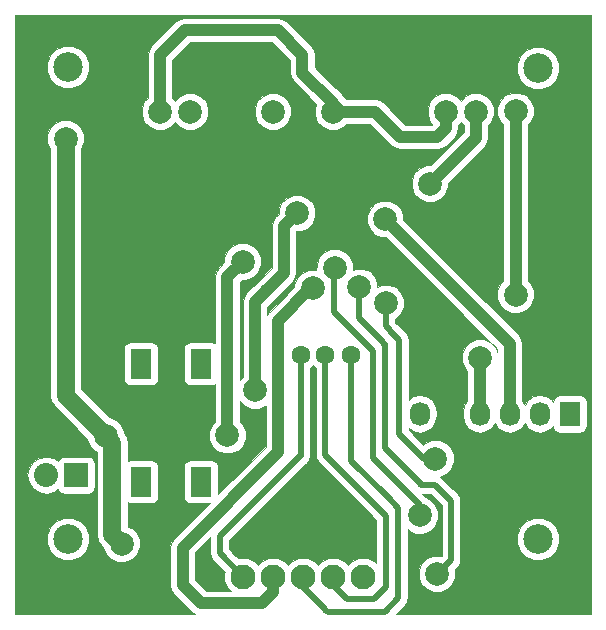
<source format=gbl>
G04 #@! TF.FileFunction,Copper,L2,Bot,Signal*
%FSLAX46Y46*%
G04 Gerber Fmt 4.6, Leading zero omitted, Abs format (unit mm)*
G04 Created by KiCad (PCBNEW 4.0.0-rc1-stable) date 15.2.2016 17:04:42*
%MOMM*%
G01*
G04 APERTURE LIST*
%ADD10C,0.100000*%
%ADD11C,2.100000*%
%ADD12R,2.032000X2.032000*%
%ADD13O,2.032000X2.032000*%
%ADD14C,3.000000*%
%ADD15C,2.000000*%
%ADD16R,1.727200X2.032000*%
%ADD17O,1.727200X2.032000*%
%ADD18C,2.500000*%
%ADD19R,1.780000X2.500000*%
%ADD20C,1.600000*%
%ADD21C,1.000000*%
%ADD22C,0.381000*%
%ADD23C,1.500000*%
%ADD24C,0.500000*%
G04 APERTURE END LIST*
D10*
D11*
X-5080000Y-22170000D03*
X-5080000Y-19630000D03*
X-2540000Y-22170000D03*
X-2540000Y-19630000D03*
X0Y-22170000D03*
X0Y-19630000D03*
X2540000Y-22170000D03*
X2540000Y-19630000D03*
X5080000Y-22170000D03*
X5080000Y-19630000D03*
X-7620000Y-22170000D03*
D12*
X-19200000Y-13600000D03*
D13*
X-21740000Y-13600000D03*
D14*
X-8290000Y20950000D03*
D15*
X-9560000Y17200000D03*
X-12100000Y17200000D03*
X-14640000Y17200000D03*
D14*
X-15910000Y20950000D03*
X3810000Y20950000D03*
D15*
X2540000Y17200000D03*
X0Y17200000D03*
X-2540000Y17200000D03*
D14*
X-3810000Y20950000D03*
X15910000Y20950000D03*
D15*
X14640000Y17200000D03*
X12100000Y17200000D03*
X9560000Y17200000D03*
D14*
X8290000Y20950000D03*
D16*
X22600000Y-8400000D03*
D17*
X20060000Y-8400000D03*
X17520000Y-8400000D03*
X14980000Y-8400000D03*
X12440000Y-8400000D03*
X9900000Y-8400000D03*
D18*
X-19890000Y20990000D03*
X19900000Y20900000D03*
X-19900000Y-19000000D03*
D19*
X-8620000Y-14140000D03*
X-11160000Y-14140000D03*
X-13700000Y-14140000D03*
X-8620000Y-4150000D03*
X-11160000Y-4150000D03*
X-13700000Y-4150000D03*
D18*
X19900000Y-19000000D03*
D15*
X3460000Y8460000D03*
X600000Y6190000D03*
X-8100000Y12600000D03*
X-13575000Y4475000D03*
X-15350000Y-19400000D03*
X-20100000Y14900000D03*
X-16700000Y-10250000D03*
X-5100000Y4500000D03*
X-6400000Y-10200000D03*
X18000000Y1700000D03*
X18000000Y17250000D03*
D20*
X-200000Y-3400000D03*
D15*
X820000Y2230000D03*
D20*
X4100000Y-3400000D03*
X1900000Y-3400000D03*
D15*
X6960000Y8100000D03*
X15000000Y-3650000D03*
X-500000Y8600000D03*
X-4050000Y-6400000D03*
X10750000Y11100000D03*
X11350000Y-21950000D03*
X4760000Y2350000D03*
X11200000Y-12200000D03*
X7020000Y1000000D03*
X9900000Y-17000000D03*
X2700000Y3980000D03*
D21*
X600000Y6190000D02*
X1190000Y6190000D01*
X1190000Y6190000D02*
X3460000Y8460000D01*
X3460000Y8460000D02*
X3460000Y8450000D01*
X3460000Y8450000D02*
X12440000Y-530000D01*
X3460000Y11790000D02*
X3460000Y8460000D01*
X3460000Y11790000D02*
X3460000Y11800000D01*
X3460000Y11800000D02*
X3460000Y11790000D01*
X600000Y6190000D02*
X620000Y6190000D01*
D22*
X-7620000Y-22170000D02*
X-7610000Y-22180000D01*
D21*
X12440000Y-8400000D02*
X12440000Y-700000D01*
X3460000Y11790000D02*
X0Y15250000D01*
X-8100000Y12600000D02*
X-2650000Y12600000D01*
X-2650000Y12600000D02*
X0Y15250000D01*
X0Y15250000D02*
X0Y17200000D01*
X-8100000Y12600000D02*
X-14150000Y12600000D01*
X-14150000Y12600000D02*
X-14650000Y13100000D01*
X-13575000Y4475000D02*
X-14650000Y5550000D01*
X-14650000Y5550000D02*
X-14650000Y13100000D01*
X-14650000Y13100000D02*
X-14650000Y17190000D01*
X-14650000Y17190000D02*
X-14640000Y17200000D01*
X-13575000Y4475000D02*
X-13575000Y1675000D01*
X-11160000Y-740000D02*
X-11160000Y-4650000D01*
X-13575000Y1675000D02*
X-11160000Y-740000D01*
X-13575000Y4475000D02*
X-13600000Y4450000D01*
D23*
X-11160000Y-4650000D02*
X-11160000Y-13640000D01*
D24*
X5100000Y-19610000D02*
X5080000Y-19630000D01*
D23*
X-16125000Y-18625000D02*
X-15350000Y-19400000D01*
X-16125000Y-18625000D02*
X-16125000Y-10825000D01*
X-16700000Y-10250000D02*
X-16125000Y-10825000D01*
X-20100000Y-6850000D02*
X-20100000Y14900000D01*
X-20100000Y-6850000D02*
X-16700000Y-10250000D01*
D21*
X-6400000Y-10200000D02*
X-6400000Y-7500000D01*
X-6400000Y3200000D02*
X-6400000Y-7500000D01*
X-5100000Y4500000D02*
X-6400000Y3200000D01*
X18000000Y1700000D02*
X18000000Y17250000D01*
X2540000Y17200000D02*
X2540000Y17910000D01*
X2540000Y17910000D02*
X-50000Y20500000D01*
X-12100000Y22000000D02*
X-12100000Y17200000D01*
X-10000000Y24100000D02*
X-12100000Y22000000D01*
X-2150000Y24100000D02*
X-10000000Y24100000D01*
X-50000Y22000000D02*
X-2150000Y24100000D01*
X-50000Y20500000D02*
X-50000Y22000000D01*
X2540000Y17200000D02*
X6100000Y17200000D01*
X12100000Y15800000D02*
X12100000Y17200000D01*
X11350000Y15050000D02*
X12100000Y15800000D01*
X8250000Y15050000D02*
X11350000Y15050000D01*
X6100000Y17200000D02*
X8250000Y15050000D01*
D24*
X-7050000Y-19250000D02*
X-7050000Y-18780000D01*
X-5080000Y-22170000D02*
X-7050000Y-20200000D01*
X-7050000Y-19250000D02*
X-7050000Y-20200000D01*
X-7050000Y-18780000D02*
X-240000Y-11970000D01*
X-200000Y-3400000D02*
X-200000Y-11970000D01*
D21*
X-2100000Y-510000D02*
X640000Y2230000D01*
X820000Y2230000D02*
X640000Y2230000D01*
X-10190000Y-20490000D02*
X-10190000Y-19720000D01*
X-10190000Y-20490000D02*
X-10190000Y-22890000D01*
X-10190000Y-22890000D02*
X-8630000Y-24450000D01*
X-8630000Y-24450000D02*
X-6700000Y-24450000D01*
X-2540000Y-22170000D02*
X-2540000Y-23490000D01*
X-3500000Y-24450000D02*
X-6700000Y-24450000D01*
X-2540000Y-23490000D02*
X-3500000Y-24450000D01*
X-10190000Y-19720000D02*
X-2100000Y-11630000D01*
X-2100000Y-11630000D02*
X-2100000Y-510000D01*
X-2100000Y-510000D02*
X-2100000Y-500000D01*
D24*
X6670000Y-25170000D02*
X6920000Y-25170000D01*
X0Y-23050000D02*
X1900000Y-24950000D01*
X2100000Y-25170000D02*
X6670000Y-25170000D01*
X1900000Y-24970000D02*
X2100000Y-25170000D01*
X1900000Y-24950000D02*
X1900000Y-24970000D01*
X7200000Y-15460000D02*
X8090000Y-16350000D01*
X8090000Y-16350000D02*
X8090000Y-24000000D01*
X4100000Y-12350000D02*
X7200000Y-15450000D01*
X4100000Y-3400000D02*
X4100000Y-12350000D01*
X7200000Y-15450000D02*
X7200000Y-15460000D01*
X6920000Y-25170000D02*
X8090000Y-24000000D01*
X0Y-22170000D02*
X0Y-23050000D01*
X5950000Y-15950000D02*
X6710000Y-16710000D01*
X1900000Y-11900000D02*
X5950000Y-15950000D01*
X1900000Y-3400000D02*
X1900000Y-11900000D01*
X7020000Y-23050000D02*
X6010000Y-24060000D01*
X7020000Y-17020000D02*
X7020000Y-23050000D01*
X6710000Y-16710000D02*
X7020000Y-17020000D01*
X2540000Y-22170000D02*
X2540000Y-22870000D01*
X2540000Y-22870000D02*
X3730000Y-24060000D01*
X3730000Y-24060000D02*
X6010000Y-24060000D01*
X2540000Y-22170000D02*
X2540000Y-22740000D01*
D21*
X6960000Y8100000D02*
X6960000Y8090000D01*
X6960000Y8090000D02*
X17520000Y-2470000D01*
X17520000Y-8400000D02*
X17520000Y-2470000D01*
X14980000Y-8400000D02*
X14980000Y-3670000D01*
D24*
X14980000Y-3670000D02*
X15000000Y-3650000D01*
D21*
X-1600000Y7500000D02*
X-500000Y8600000D01*
X-1600000Y3550000D02*
X-1600000Y7500000D01*
X-1600000Y3550000D02*
X-3125000Y2025000D01*
X-3100000Y2050000D02*
X-3125000Y2025000D01*
X-3125000Y2025000D02*
X-4050000Y1100000D01*
X-4050000Y-6400000D02*
X-4050000Y1100000D01*
X10750000Y11100000D02*
X14450000Y14800000D01*
X14650000Y15000000D02*
X14650000Y17190000D01*
X14450000Y14800000D02*
X14650000Y15000000D01*
X14650000Y17190000D02*
X14640000Y17200000D01*
D24*
X4760000Y2350000D02*
X4760000Y-310000D01*
X5300000Y-850000D02*
X5750000Y-1300000D01*
X9900000Y-14250000D02*
X9900000Y-14260000D01*
X6950000Y-11300000D02*
X9900000Y-14250000D01*
X6700000Y-2250000D02*
X6900000Y-2450000D01*
X5750000Y-1300000D02*
X6700000Y-2250000D01*
X6950000Y-2500000D02*
X6950000Y-9550000D01*
X6900000Y-2450000D02*
X6950000Y-2500000D01*
X6950000Y-9550000D02*
X6950000Y-11300000D01*
X11350000Y-21950000D02*
X12540000Y-20760000D01*
X12540000Y-15780000D02*
X12540000Y-20760000D01*
X11160000Y-14400000D02*
X12540000Y-15780000D01*
X10040000Y-14400000D02*
X11160000Y-14400000D01*
X9900000Y-14260000D02*
X10040000Y-14400000D01*
X4760000Y-310000D02*
X5300000Y-850000D01*
X7350000Y-1350000D02*
X7350000Y-1330000D01*
X8150000Y-10100000D02*
X10250000Y-12200000D01*
X11200000Y-12200000D02*
X10250000Y-12200000D01*
X8150000Y-2150000D02*
X8150000Y-9550000D01*
X7350000Y-1350000D02*
X8150000Y-2150000D01*
X8150000Y-9550000D02*
X8150000Y-10100000D01*
X7020000Y-1000000D02*
X7020000Y1000000D01*
X7350000Y-1330000D02*
X7020000Y-1000000D01*
X3010000Y-150000D02*
X2670000Y190000D01*
X3010000Y-150000D02*
X3160000Y-300000D01*
X4650000Y-1790000D02*
X3160000Y-300000D01*
X8300000Y-14500000D02*
X8300000Y-14510000D01*
X5900000Y-12100000D02*
X8300000Y-14500000D01*
X5900000Y-9550000D02*
X5900000Y-3050000D01*
X4650000Y-1800000D02*
X5900000Y-3050000D01*
X5900000Y-9550000D02*
X5900000Y-12100000D01*
X9900000Y-17000000D02*
X9900000Y-16110000D01*
X8300000Y-14510000D02*
X9900000Y-16110000D01*
X4650000Y-1800000D02*
X4650000Y-1790000D01*
X2670000Y3950000D02*
X2700000Y3980000D01*
X2670000Y190000D02*
X2670000Y3950000D01*
D10*
G36*
X24375000Y-25375000D02*
X7846370Y-25375000D01*
X8655686Y-24565685D01*
X8829104Y-24306147D01*
X8848050Y-24210896D01*
X8890000Y-24000000D01*
X8890000Y-18182182D01*
X9020849Y-18313260D01*
X9590333Y-18549730D01*
X10206961Y-18550268D01*
X10776857Y-18314792D01*
X11213260Y-17879151D01*
X11449730Y-17309667D01*
X11450268Y-16693039D01*
X11214792Y-16123143D01*
X10779151Y-15686740D01*
X10477026Y-15561287D01*
X10465686Y-15544315D01*
X10121371Y-15200000D01*
X10828630Y-15200000D01*
X11740000Y-16111371D01*
X11740000Y-20428629D01*
X11736468Y-20432161D01*
X11659667Y-20400270D01*
X11043039Y-20399732D01*
X10473143Y-20635208D01*
X10036740Y-21070849D01*
X9800270Y-21640333D01*
X9799732Y-22256961D01*
X10035208Y-22826857D01*
X10470849Y-23263260D01*
X11040333Y-23499730D01*
X11656961Y-23500268D01*
X12226857Y-23264792D01*
X12663260Y-22829151D01*
X12899730Y-22259667D01*
X12900268Y-21643039D01*
X12867540Y-21563831D01*
X13105685Y-21325686D01*
X13279104Y-21066147D01*
X13292261Y-21000000D01*
X13340000Y-20760000D01*
X13340000Y-19356471D01*
X18099688Y-19356471D01*
X18373145Y-20018286D01*
X18879051Y-20525076D01*
X19540387Y-20799687D01*
X20256471Y-20800312D01*
X20918286Y-20526855D01*
X21425076Y-20020949D01*
X21699687Y-19359613D01*
X21700312Y-18643529D01*
X21426855Y-17981714D01*
X20920949Y-17474924D01*
X20259613Y-17200313D01*
X19543529Y-17199688D01*
X18881714Y-17473145D01*
X18374924Y-17979051D01*
X18100313Y-18640387D01*
X18099688Y-19356471D01*
X13340000Y-19356471D01*
X13340000Y-15780000D01*
X13279104Y-15473853D01*
X13223075Y-15390000D01*
X13105686Y-15214315D01*
X11725685Y-13834315D01*
X11564389Y-13726539D01*
X12076857Y-13514792D01*
X12513260Y-13079151D01*
X12749730Y-12509667D01*
X12750268Y-11893039D01*
X12514792Y-11323143D01*
X12079151Y-10886740D01*
X11509667Y-10650270D01*
X10893039Y-10649732D01*
X10323143Y-10885208D01*
X10194749Y-11013378D01*
X8950000Y-9768630D01*
X8950000Y-9615765D01*
X9359039Y-9889076D01*
X9900000Y-9996680D01*
X10440961Y-9889076D01*
X10899566Y-9582646D01*
X11205996Y-9124041D01*
X11313600Y-8583080D01*
X11313600Y-8216920D01*
X11205996Y-7675959D01*
X10899566Y-7217354D01*
X10440961Y-6910924D01*
X9900000Y-6803320D01*
X9359039Y-6910924D01*
X8950000Y-7184235D01*
X8950000Y-2150000D01*
X8889104Y-1843853D01*
X8859802Y-1800000D01*
X8715686Y-1584315D01*
X7955961Y-824591D01*
X7915685Y-764314D01*
X7820000Y-668629D01*
X7820000Y-346549D01*
X7896857Y-314792D01*
X8333260Y120849D01*
X8569730Y690333D01*
X8570268Y1306961D01*
X8334792Y1876857D01*
X7899151Y2313260D01*
X7329667Y2549730D01*
X6713039Y2550268D01*
X6310030Y2383748D01*
X6310268Y2656961D01*
X6074792Y3226857D01*
X5639151Y3663260D01*
X5069667Y3899730D01*
X4453039Y3900268D01*
X4249857Y3816315D01*
X4250268Y4286961D01*
X4014792Y4856857D01*
X3579151Y5293260D01*
X3009667Y5529730D01*
X2393039Y5530268D01*
X1823143Y5294792D01*
X1386740Y4859151D01*
X1150270Y4289667D01*
X1149818Y3771363D01*
X1129667Y3779730D01*
X513039Y3780268D01*
X-56857Y3544792D01*
X-493260Y3109151D01*
X-729730Y2539667D01*
X-729900Y2345024D01*
X-2812325Y262599D01*
X-2842462Y242462D01*
X-3000000Y6691D01*
X-3000000Y665076D01*
X-857538Y2807538D01*
X-732230Y2995074D01*
X-629926Y3148182D01*
X-550000Y3550000D01*
X-550000Y7050043D01*
X-193039Y7049732D01*
X376857Y7285208D01*
X813260Y7720849D01*
X843235Y7793039D01*
X5409732Y7793039D01*
X5645208Y7223143D01*
X6080849Y6786740D01*
X6650333Y6550270D01*
X7015124Y6549952D01*
X16470000Y-2904924D01*
X16470000Y-3148775D01*
X16314792Y-2773143D01*
X15879151Y-2336740D01*
X15309667Y-2100270D01*
X14693039Y-2099732D01*
X14123143Y-2335208D01*
X13686740Y-2770849D01*
X13450270Y-3340333D01*
X13449732Y-3956961D01*
X13685208Y-4526857D01*
X13930000Y-4772077D01*
X13930000Y-7292834D01*
X13674004Y-7675959D01*
X13566400Y-8216920D01*
X13566400Y-8583080D01*
X13674004Y-9124041D01*
X13980434Y-9582646D01*
X14439039Y-9889076D01*
X14980000Y-9996680D01*
X15520961Y-9889076D01*
X15979566Y-9582646D01*
X16250000Y-9177913D01*
X16520434Y-9582646D01*
X16979039Y-9889076D01*
X17520000Y-9996680D01*
X18060961Y-9889076D01*
X18519566Y-9582646D01*
X18790000Y-9177913D01*
X19060434Y-9582646D01*
X19519039Y-9889076D01*
X20060000Y-9996680D01*
X20600961Y-9889076D01*
X21059566Y-9582646D01*
X21175625Y-9408951D01*
X21175625Y-9416000D01*
X21213976Y-9619818D01*
X21334432Y-9807012D01*
X21518227Y-9932594D01*
X21736400Y-9976775D01*
X23463600Y-9976775D01*
X23667418Y-9938424D01*
X23854612Y-9817968D01*
X23980194Y-9634173D01*
X24024375Y-9416000D01*
X24024375Y-7384000D01*
X23986024Y-7180182D01*
X23865568Y-6992988D01*
X23681773Y-6867406D01*
X23463600Y-6823225D01*
X21736400Y-6823225D01*
X21532582Y-6861576D01*
X21345388Y-6982032D01*
X21219806Y-7165827D01*
X21175625Y-7384000D01*
X21175625Y-7391049D01*
X21059566Y-7217354D01*
X20600961Y-6910924D01*
X20060000Y-6803320D01*
X19519039Y-6910924D01*
X19060434Y-7217354D01*
X18790000Y-7622087D01*
X18570000Y-7292834D01*
X18570000Y-2470000D01*
X18490074Y-2068182D01*
X18262462Y-1727538D01*
X8509935Y8024989D01*
X8510268Y8406961D01*
X8274792Y8976857D01*
X7839151Y9413260D01*
X7269667Y9649730D01*
X6653039Y9650268D01*
X6083143Y9414792D01*
X5646740Y8979151D01*
X5410270Y8409667D01*
X5409732Y7793039D01*
X843235Y7793039D01*
X1049730Y8290333D01*
X1050268Y8906961D01*
X814792Y9476857D01*
X379151Y9913260D01*
X-190333Y10149730D01*
X-806961Y10150268D01*
X-1376857Y9914792D01*
X-1813260Y9479151D01*
X-2049730Y8909667D01*
X-2050057Y8534867D01*
X-2342462Y8242462D01*
X-2570074Y7901818D01*
X-2650000Y7500000D01*
X-2650000Y3984924D01*
X-4792462Y1842462D01*
X-5020074Y1501818D01*
X-5100000Y1100000D01*
X-5100000Y-5258049D01*
X-5350000Y-5507612D01*
X-5350000Y2765076D01*
X-5165019Y2950057D01*
X-4793039Y2949732D01*
X-4223143Y3185208D01*
X-3786740Y3620849D01*
X-3550270Y4190333D01*
X-3549732Y4806961D01*
X-3785208Y5376857D01*
X-4220849Y5813260D01*
X-4790333Y6049730D01*
X-5406961Y6050268D01*
X-5976857Y5814792D01*
X-6413260Y5379151D01*
X-6649730Y4809667D01*
X-6650057Y4434867D01*
X-7142462Y3942462D01*
X-7370074Y3601818D01*
X-7450000Y3200000D01*
X-7450000Y-2425651D01*
X-7511827Y-2383406D01*
X-7730000Y-2339225D01*
X-9510000Y-2339225D01*
X-9713818Y-2377576D01*
X-9901012Y-2498032D01*
X-10026594Y-2681827D01*
X-10070775Y-2900000D01*
X-10070775Y-5400000D01*
X-10032424Y-5603818D01*
X-9911968Y-5791012D01*
X-9728173Y-5916594D01*
X-9510000Y-5960775D01*
X-7730000Y-5960775D01*
X-7526182Y-5922424D01*
X-7450000Y-5873402D01*
X-7450000Y-9058049D01*
X-7713260Y-9320849D01*
X-7949730Y-9890333D01*
X-7950268Y-10506961D01*
X-7714792Y-11076857D01*
X-7279151Y-11513260D01*
X-6709667Y-11749730D01*
X-6093039Y-11750268D01*
X-5523143Y-11514792D01*
X-5086740Y-11079151D01*
X-4850270Y-10509667D01*
X-4849732Y-9893039D01*
X-5085208Y-9323143D01*
X-5350000Y-9057888D01*
X-5350000Y-7291675D01*
X-4929151Y-7713260D01*
X-4359667Y-7949730D01*
X-3743039Y-7950268D01*
X-3173143Y-7714792D01*
X-3150000Y-7691689D01*
X-3150000Y-11195076D01*
X-7169225Y-15214301D01*
X-7169225Y-12890000D01*
X-7207576Y-12686182D01*
X-7328032Y-12498988D01*
X-7511827Y-12373406D01*
X-7730000Y-12329225D01*
X-9510000Y-12329225D01*
X-9713818Y-12367576D01*
X-9901012Y-12488032D01*
X-10026594Y-12671827D01*
X-10070775Y-12890000D01*
X-10070775Y-15390000D01*
X-10032424Y-15593818D01*
X-9911968Y-15781012D01*
X-9728173Y-15906594D01*
X-9510000Y-15950775D01*
X-7905699Y-15950775D01*
X-10932462Y-18977538D01*
X-11160074Y-19318182D01*
X-11240000Y-19720000D01*
X-11240000Y-22890000D01*
X-11160074Y-23291818D01*
X-10932462Y-23632462D01*
X-9372462Y-25192462D01*
X-9099276Y-25375000D01*
X-24375000Y-25375000D01*
X-24375000Y-19356471D01*
X-21700312Y-19356471D01*
X-21426855Y-20018286D01*
X-20920949Y-20525076D01*
X-20259613Y-20799687D01*
X-19543529Y-20800312D01*
X-18881714Y-20526855D01*
X-18374924Y-20020949D01*
X-18100313Y-19359613D01*
X-18099688Y-18643529D01*
X-18373145Y-17981714D01*
X-18879051Y-17474924D01*
X-19540387Y-17200313D01*
X-20256471Y-17199688D01*
X-20918286Y-17473145D01*
X-21425076Y-17979051D01*
X-21699687Y-18640387D01*
X-21700312Y-19356471D01*
X-24375000Y-19356471D01*
X-24375000Y-13600000D01*
X-23336680Y-13600000D01*
X-23217475Y-14199282D01*
X-22878009Y-14707329D01*
X-22369962Y-15046795D01*
X-21770680Y-15166000D01*
X-21709320Y-15166000D01*
X-21110038Y-15046795D01*
X-20741989Y-14800873D01*
X-20738424Y-14819818D01*
X-20617968Y-15007012D01*
X-20434173Y-15132594D01*
X-20216000Y-15176775D01*
X-18184000Y-15176775D01*
X-17980182Y-15138424D01*
X-17792988Y-15017968D01*
X-17667406Y-14834173D01*
X-17623225Y-14616000D01*
X-17623225Y-12584000D01*
X-17661576Y-12380182D01*
X-17782032Y-12192988D01*
X-17965827Y-12067406D01*
X-18184000Y-12023225D01*
X-20216000Y-12023225D01*
X-20419818Y-12061576D01*
X-20607012Y-12182032D01*
X-20732594Y-12365827D01*
X-20739653Y-12400688D01*
X-21110038Y-12153205D01*
X-21709320Y-12034000D01*
X-21770680Y-12034000D01*
X-22369962Y-12153205D01*
X-22878009Y-12492671D01*
X-23217475Y-13000718D01*
X-23336680Y-13600000D01*
X-24375000Y-13600000D01*
X-24375000Y14593039D01*
X-21650268Y14593039D01*
X-21414792Y14023143D01*
X-21400000Y14008325D01*
X-21400000Y-6850000D01*
X-21301043Y-7347489D01*
X-21019239Y-7769239D01*
X-18250252Y-10538226D01*
X-18250268Y-10556961D01*
X-18014792Y-11126857D01*
X-17579151Y-11563260D01*
X-17425000Y-11627269D01*
X-17425000Y-18625000D01*
X-17326043Y-19122489D01*
X-17044239Y-19544239D01*
X-16900252Y-19688226D01*
X-16900268Y-19706961D01*
X-16664792Y-20276857D01*
X-16229151Y-20713260D01*
X-15659667Y-20949730D01*
X-15043039Y-20950268D01*
X-14473143Y-20714792D01*
X-14036740Y-20279151D01*
X-13800270Y-19709667D01*
X-13799732Y-19093039D01*
X-14035208Y-18523143D01*
X-14470849Y-18086740D01*
X-14825000Y-17939684D01*
X-14825000Y-15895097D01*
X-14808173Y-15906594D01*
X-14590000Y-15950775D01*
X-12810000Y-15950775D01*
X-12606182Y-15912424D01*
X-12418988Y-15791968D01*
X-12293406Y-15608173D01*
X-12249225Y-15390000D01*
X-12249225Y-12890000D01*
X-12287576Y-12686182D01*
X-12408032Y-12498988D01*
X-12591827Y-12373406D01*
X-12810000Y-12329225D01*
X-14590000Y-12329225D01*
X-14793818Y-12367576D01*
X-14825000Y-12387641D01*
X-14825000Y-10825000D01*
X-14923957Y-10327512D01*
X-15149773Y-9989554D01*
X-15149732Y-9943039D01*
X-15385208Y-9373143D01*
X-15820849Y-8936740D01*
X-16390333Y-8700270D01*
X-16411270Y-8700252D01*
X-18800000Y-6311522D01*
X-18800000Y-2900000D01*
X-15150775Y-2900000D01*
X-15150775Y-5400000D01*
X-15112424Y-5603818D01*
X-14991968Y-5791012D01*
X-14808173Y-5916594D01*
X-14590000Y-5960775D01*
X-12810000Y-5960775D01*
X-12606182Y-5922424D01*
X-12418988Y-5801968D01*
X-12293406Y-5618173D01*
X-12249225Y-5400000D01*
X-12249225Y-2900000D01*
X-12287576Y-2696182D01*
X-12408032Y-2508988D01*
X-12591827Y-2383406D01*
X-12810000Y-2339225D01*
X-14590000Y-2339225D01*
X-14793818Y-2377576D01*
X-14981012Y-2498032D01*
X-15106594Y-2681827D01*
X-15150775Y-2900000D01*
X-18800000Y-2900000D01*
X-18800000Y14007612D01*
X-18786740Y14020849D01*
X-18550270Y14590333D01*
X-18549732Y15206961D01*
X-18785208Y15776857D01*
X-19220849Y16213260D01*
X-19790333Y16449730D01*
X-20406961Y16450268D01*
X-20976857Y16214792D01*
X-21413260Y15779151D01*
X-21649730Y15209667D01*
X-21650268Y14593039D01*
X-24375000Y14593039D01*
X-24375000Y16893039D01*
X-13650268Y16893039D01*
X-13414792Y16323143D01*
X-12979151Y15886740D01*
X-12409667Y15650270D01*
X-11793039Y15649732D01*
X-11223143Y15885208D01*
X-10829696Y16277968D01*
X-10439151Y15886740D01*
X-9869667Y15650270D01*
X-9253039Y15649732D01*
X-8683143Y15885208D01*
X-8246740Y16320849D01*
X-8010270Y16890333D01*
X-8010268Y16893039D01*
X-4090268Y16893039D01*
X-3854792Y16323143D01*
X-3419151Y15886740D01*
X-2849667Y15650270D01*
X-2233039Y15649732D01*
X-1663143Y15885208D01*
X-1226740Y16320849D01*
X-990270Y16890333D01*
X-989732Y17506961D01*
X-1225208Y18076857D01*
X-1660849Y18513260D01*
X-2230333Y18749730D01*
X-2846961Y18750268D01*
X-3416857Y18514792D01*
X-3853260Y18079151D01*
X-4089730Y17509667D01*
X-4090268Y16893039D01*
X-8010268Y16893039D01*
X-8009732Y17506961D01*
X-8245208Y18076857D01*
X-8680849Y18513260D01*
X-9250333Y18749730D01*
X-9866961Y18750268D01*
X-10436857Y18514792D01*
X-10830304Y18122032D01*
X-11050000Y18342112D01*
X-11050000Y21565076D01*
X-9565076Y23050000D01*
X-2584924Y23050000D01*
X-1100000Y21565076D01*
X-1100000Y20500000D01*
X-1020074Y20098182D01*
X-792462Y19757538D01*
X1126744Y17838332D01*
X990270Y17509667D01*
X989732Y16893039D01*
X1225208Y16323143D01*
X1660849Y15886740D01*
X2230333Y15650270D01*
X2846961Y15649732D01*
X3416857Y15885208D01*
X3682112Y16150000D01*
X5665076Y16150000D01*
X7507538Y14307538D01*
X7848182Y14079926D01*
X8250000Y14000000D01*
X11350000Y14000000D01*
X11751818Y14079926D01*
X12092462Y14307538D01*
X12842462Y15057538D01*
X13070074Y15398182D01*
X13150000Y15800000D01*
X13150000Y16058049D01*
X13370304Y16277968D01*
X13600000Y16047870D01*
X13600000Y15434924D01*
X10815019Y12649943D01*
X10443039Y12650268D01*
X9873143Y12414792D01*
X9436740Y11979151D01*
X9200270Y11409667D01*
X9199732Y10793039D01*
X9435208Y10223143D01*
X9870849Y9786740D01*
X10440333Y9550270D01*
X11056961Y9549732D01*
X11626857Y9785208D01*
X12063260Y10220849D01*
X12299730Y10790333D01*
X12300057Y11165133D01*
X15392462Y14257538D01*
X15425871Y14307538D01*
X15620074Y14598182D01*
X15700000Y15000000D01*
X15700000Y16068031D01*
X15953260Y16320849D01*
X16189730Y16890333D01*
X16189775Y16943039D01*
X16449732Y16943039D01*
X16685208Y16373143D01*
X16950000Y16107888D01*
X16950000Y2841951D01*
X16686740Y2579151D01*
X16450270Y2009667D01*
X16449732Y1393039D01*
X16685208Y823143D01*
X17120849Y386740D01*
X17690333Y150270D01*
X18306961Y149732D01*
X18876857Y385208D01*
X19313260Y820849D01*
X19549730Y1390333D01*
X19550268Y2006961D01*
X19314792Y2576857D01*
X19050000Y2842112D01*
X19050000Y16108049D01*
X19313260Y16370849D01*
X19549730Y16940333D01*
X19550268Y17556961D01*
X19314792Y18126857D01*
X18879151Y18563260D01*
X18309667Y18799730D01*
X17693039Y18800268D01*
X17123143Y18564792D01*
X16686740Y18129151D01*
X16450270Y17559667D01*
X16449732Y16943039D01*
X16189775Y16943039D01*
X16190268Y17506961D01*
X15954792Y18076857D01*
X15519151Y18513260D01*
X14949667Y18749730D01*
X14333039Y18750268D01*
X13763143Y18514792D01*
X13369696Y18122032D01*
X12979151Y18513260D01*
X12409667Y18749730D01*
X11793039Y18750268D01*
X11223143Y18514792D01*
X10786740Y18079151D01*
X10550270Y17509667D01*
X10549732Y16893039D01*
X10785208Y16323143D01*
X10961559Y16146483D01*
X10915076Y16100000D01*
X8684924Y16100000D01*
X6842462Y17942462D01*
X6501818Y18170074D01*
X6100000Y18250000D01*
X3681951Y18250000D01*
X3419151Y18513260D01*
X3358703Y18538360D01*
X3282462Y18652462D01*
X1391395Y20543529D01*
X18099688Y20543529D01*
X18373145Y19881714D01*
X18879051Y19374924D01*
X19540387Y19100313D01*
X20256471Y19099688D01*
X20918286Y19373145D01*
X21425076Y19879051D01*
X21699687Y20540387D01*
X21700312Y21256471D01*
X21426855Y21918286D01*
X20920949Y22425076D01*
X20259613Y22699687D01*
X19543529Y22700312D01*
X18881714Y22426855D01*
X18374924Y21920949D01*
X18100313Y21259613D01*
X18099688Y20543529D01*
X1391395Y20543529D01*
X1000000Y20934924D01*
X1000000Y22000000D01*
X920074Y22401818D01*
X692462Y22742462D01*
X-1407538Y24842462D01*
X-1748182Y25070074D01*
X-2150000Y25150000D01*
X-10000000Y25150000D01*
X-10401818Y25070074D01*
X-10742462Y24842462D01*
X-12842462Y22742462D01*
X-13070074Y22401818D01*
X-13150000Y22000000D01*
X-13150000Y18341951D01*
X-13413260Y18079151D01*
X-13649730Y17509667D01*
X-13650268Y16893039D01*
X-24375000Y16893039D01*
X-24375000Y20633529D01*
X-21690312Y20633529D01*
X-21416855Y19971714D01*
X-20910949Y19464924D01*
X-20249613Y19190313D01*
X-19533529Y19189688D01*
X-18871714Y19463145D01*
X-18364924Y19969051D01*
X-18090313Y20630387D01*
X-18089688Y21346471D01*
X-18363145Y22008286D01*
X-18869051Y22515076D01*
X-19530387Y22789687D01*
X-20246471Y22790312D01*
X-20908286Y22516855D01*
X-21415076Y22010949D01*
X-21689687Y21349613D01*
X-21690312Y20633529D01*
X-24375000Y20633529D01*
X-24375000Y25375000D01*
X24375000Y25375000D01*
X24375000Y-25375000D01*
X24375000Y-25375000D01*
G37*
X24375000Y-25375000D02*
X7846370Y-25375000D01*
X8655686Y-24565685D01*
X8829104Y-24306147D01*
X8848050Y-24210896D01*
X8890000Y-24000000D01*
X8890000Y-18182182D01*
X9020849Y-18313260D01*
X9590333Y-18549730D01*
X10206961Y-18550268D01*
X10776857Y-18314792D01*
X11213260Y-17879151D01*
X11449730Y-17309667D01*
X11450268Y-16693039D01*
X11214792Y-16123143D01*
X10779151Y-15686740D01*
X10477026Y-15561287D01*
X10465686Y-15544315D01*
X10121371Y-15200000D01*
X10828630Y-15200000D01*
X11740000Y-16111371D01*
X11740000Y-20428629D01*
X11736468Y-20432161D01*
X11659667Y-20400270D01*
X11043039Y-20399732D01*
X10473143Y-20635208D01*
X10036740Y-21070849D01*
X9800270Y-21640333D01*
X9799732Y-22256961D01*
X10035208Y-22826857D01*
X10470849Y-23263260D01*
X11040333Y-23499730D01*
X11656961Y-23500268D01*
X12226857Y-23264792D01*
X12663260Y-22829151D01*
X12899730Y-22259667D01*
X12900268Y-21643039D01*
X12867540Y-21563831D01*
X13105685Y-21325686D01*
X13279104Y-21066147D01*
X13292261Y-21000000D01*
X13340000Y-20760000D01*
X13340000Y-19356471D01*
X18099688Y-19356471D01*
X18373145Y-20018286D01*
X18879051Y-20525076D01*
X19540387Y-20799687D01*
X20256471Y-20800312D01*
X20918286Y-20526855D01*
X21425076Y-20020949D01*
X21699687Y-19359613D01*
X21700312Y-18643529D01*
X21426855Y-17981714D01*
X20920949Y-17474924D01*
X20259613Y-17200313D01*
X19543529Y-17199688D01*
X18881714Y-17473145D01*
X18374924Y-17979051D01*
X18100313Y-18640387D01*
X18099688Y-19356471D01*
X13340000Y-19356471D01*
X13340000Y-15780000D01*
X13279104Y-15473853D01*
X13223075Y-15390000D01*
X13105686Y-15214315D01*
X11725685Y-13834315D01*
X11564389Y-13726539D01*
X12076857Y-13514792D01*
X12513260Y-13079151D01*
X12749730Y-12509667D01*
X12750268Y-11893039D01*
X12514792Y-11323143D01*
X12079151Y-10886740D01*
X11509667Y-10650270D01*
X10893039Y-10649732D01*
X10323143Y-10885208D01*
X10194749Y-11013378D01*
X8950000Y-9768630D01*
X8950000Y-9615765D01*
X9359039Y-9889076D01*
X9900000Y-9996680D01*
X10440961Y-9889076D01*
X10899566Y-9582646D01*
X11205996Y-9124041D01*
X11313600Y-8583080D01*
X11313600Y-8216920D01*
X11205996Y-7675959D01*
X10899566Y-7217354D01*
X10440961Y-6910924D01*
X9900000Y-6803320D01*
X9359039Y-6910924D01*
X8950000Y-7184235D01*
X8950000Y-2150000D01*
X8889104Y-1843853D01*
X8859802Y-1800000D01*
X8715686Y-1584315D01*
X7955961Y-824591D01*
X7915685Y-764314D01*
X7820000Y-668629D01*
X7820000Y-346549D01*
X7896857Y-314792D01*
X8333260Y120849D01*
X8569730Y690333D01*
X8570268Y1306961D01*
X8334792Y1876857D01*
X7899151Y2313260D01*
X7329667Y2549730D01*
X6713039Y2550268D01*
X6310030Y2383748D01*
X6310268Y2656961D01*
X6074792Y3226857D01*
X5639151Y3663260D01*
X5069667Y3899730D01*
X4453039Y3900268D01*
X4249857Y3816315D01*
X4250268Y4286961D01*
X4014792Y4856857D01*
X3579151Y5293260D01*
X3009667Y5529730D01*
X2393039Y5530268D01*
X1823143Y5294792D01*
X1386740Y4859151D01*
X1150270Y4289667D01*
X1149818Y3771363D01*
X1129667Y3779730D01*
X513039Y3780268D01*
X-56857Y3544792D01*
X-493260Y3109151D01*
X-729730Y2539667D01*
X-729900Y2345024D01*
X-2812325Y262599D01*
X-2842462Y242462D01*
X-3000000Y6691D01*
X-3000000Y665076D01*
X-857538Y2807538D01*
X-732230Y2995074D01*
X-629926Y3148182D01*
X-550000Y3550000D01*
X-550000Y7050043D01*
X-193039Y7049732D01*
X376857Y7285208D01*
X813260Y7720849D01*
X843235Y7793039D01*
X5409732Y7793039D01*
X5645208Y7223143D01*
X6080849Y6786740D01*
X6650333Y6550270D01*
X7015124Y6549952D01*
X16470000Y-2904924D01*
X16470000Y-3148775D01*
X16314792Y-2773143D01*
X15879151Y-2336740D01*
X15309667Y-2100270D01*
X14693039Y-2099732D01*
X14123143Y-2335208D01*
X13686740Y-2770849D01*
X13450270Y-3340333D01*
X13449732Y-3956961D01*
X13685208Y-4526857D01*
X13930000Y-4772077D01*
X13930000Y-7292834D01*
X13674004Y-7675959D01*
X13566400Y-8216920D01*
X13566400Y-8583080D01*
X13674004Y-9124041D01*
X13980434Y-9582646D01*
X14439039Y-9889076D01*
X14980000Y-9996680D01*
X15520961Y-9889076D01*
X15979566Y-9582646D01*
X16250000Y-9177913D01*
X16520434Y-9582646D01*
X16979039Y-9889076D01*
X17520000Y-9996680D01*
X18060961Y-9889076D01*
X18519566Y-9582646D01*
X18790000Y-9177913D01*
X19060434Y-9582646D01*
X19519039Y-9889076D01*
X20060000Y-9996680D01*
X20600961Y-9889076D01*
X21059566Y-9582646D01*
X21175625Y-9408951D01*
X21175625Y-9416000D01*
X21213976Y-9619818D01*
X21334432Y-9807012D01*
X21518227Y-9932594D01*
X21736400Y-9976775D01*
X23463600Y-9976775D01*
X23667418Y-9938424D01*
X23854612Y-9817968D01*
X23980194Y-9634173D01*
X24024375Y-9416000D01*
X24024375Y-7384000D01*
X23986024Y-7180182D01*
X23865568Y-6992988D01*
X23681773Y-6867406D01*
X23463600Y-6823225D01*
X21736400Y-6823225D01*
X21532582Y-6861576D01*
X21345388Y-6982032D01*
X21219806Y-7165827D01*
X21175625Y-7384000D01*
X21175625Y-7391049D01*
X21059566Y-7217354D01*
X20600961Y-6910924D01*
X20060000Y-6803320D01*
X19519039Y-6910924D01*
X19060434Y-7217354D01*
X18790000Y-7622087D01*
X18570000Y-7292834D01*
X18570000Y-2470000D01*
X18490074Y-2068182D01*
X18262462Y-1727538D01*
X8509935Y8024989D01*
X8510268Y8406961D01*
X8274792Y8976857D01*
X7839151Y9413260D01*
X7269667Y9649730D01*
X6653039Y9650268D01*
X6083143Y9414792D01*
X5646740Y8979151D01*
X5410270Y8409667D01*
X5409732Y7793039D01*
X843235Y7793039D01*
X1049730Y8290333D01*
X1050268Y8906961D01*
X814792Y9476857D01*
X379151Y9913260D01*
X-190333Y10149730D01*
X-806961Y10150268D01*
X-1376857Y9914792D01*
X-1813260Y9479151D01*
X-2049730Y8909667D01*
X-2050057Y8534867D01*
X-2342462Y8242462D01*
X-2570074Y7901818D01*
X-2650000Y7500000D01*
X-2650000Y3984924D01*
X-4792462Y1842462D01*
X-5020074Y1501818D01*
X-5100000Y1100000D01*
X-5100000Y-5258049D01*
X-5350000Y-5507612D01*
X-5350000Y2765076D01*
X-5165019Y2950057D01*
X-4793039Y2949732D01*
X-4223143Y3185208D01*
X-3786740Y3620849D01*
X-3550270Y4190333D01*
X-3549732Y4806961D01*
X-3785208Y5376857D01*
X-4220849Y5813260D01*
X-4790333Y6049730D01*
X-5406961Y6050268D01*
X-5976857Y5814792D01*
X-6413260Y5379151D01*
X-6649730Y4809667D01*
X-6650057Y4434867D01*
X-7142462Y3942462D01*
X-7370074Y3601818D01*
X-7450000Y3200000D01*
X-7450000Y-2425651D01*
X-7511827Y-2383406D01*
X-7730000Y-2339225D01*
X-9510000Y-2339225D01*
X-9713818Y-2377576D01*
X-9901012Y-2498032D01*
X-10026594Y-2681827D01*
X-10070775Y-2900000D01*
X-10070775Y-5400000D01*
X-10032424Y-5603818D01*
X-9911968Y-5791012D01*
X-9728173Y-5916594D01*
X-9510000Y-5960775D01*
X-7730000Y-5960775D01*
X-7526182Y-5922424D01*
X-7450000Y-5873402D01*
X-7450000Y-9058049D01*
X-7713260Y-9320849D01*
X-7949730Y-9890333D01*
X-7950268Y-10506961D01*
X-7714792Y-11076857D01*
X-7279151Y-11513260D01*
X-6709667Y-11749730D01*
X-6093039Y-11750268D01*
X-5523143Y-11514792D01*
X-5086740Y-11079151D01*
X-4850270Y-10509667D01*
X-4849732Y-9893039D01*
X-5085208Y-9323143D01*
X-5350000Y-9057888D01*
X-5350000Y-7291675D01*
X-4929151Y-7713260D01*
X-4359667Y-7949730D01*
X-3743039Y-7950268D01*
X-3173143Y-7714792D01*
X-3150000Y-7691689D01*
X-3150000Y-11195076D01*
X-7169225Y-15214301D01*
X-7169225Y-12890000D01*
X-7207576Y-12686182D01*
X-7328032Y-12498988D01*
X-7511827Y-12373406D01*
X-7730000Y-12329225D01*
X-9510000Y-12329225D01*
X-9713818Y-12367576D01*
X-9901012Y-12488032D01*
X-10026594Y-12671827D01*
X-10070775Y-12890000D01*
X-10070775Y-15390000D01*
X-10032424Y-15593818D01*
X-9911968Y-15781012D01*
X-9728173Y-15906594D01*
X-9510000Y-15950775D01*
X-7905699Y-15950775D01*
X-10932462Y-18977538D01*
X-11160074Y-19318182D01*
X-11240000Y-19720000D01*
X-11240000Y-22890000D01*
X-11160074Y-23291818D01*
X-10932462Y-23632462D01*
X-9372462Y-25192462D01*
X-9099276Y-25375000D01*
X-24375000Y-25375000D01*
X-24375000Y-19356471D01*
X-21700312Y-19356471D01*
X-21426855Y-20018286D01*
X-20920949Y-20525076D01*
X-20259613Y-20799687D01*
X-19543529Y-20800312D01*
X-18881714Y-20526855D01*
X-18374924Y-20020949D01*
X-18100313Y-19359613D01*
X-18099688Y-18643529D01*
X-18373145Y-17981714D01*
X-18879051Y-17474924D01*
X-19540387Y-17200313D01*
X-20256471Y-17199688D01*
X-20918286Y-17473145D01*
X-21425076Y-17979051D01*
X-21699687Y-18640387D01*
X-21700312Y-19356471D01*
X-24375000Y-19356471D01*
X-24375000Y-13600000D01*
X-23336680Y-13600000D01*
X-23217475Y-14199282D01*
X-22878009Y-14707329D01*
X-22369962Y-15046795D01*
X-21770680Y-15166000D01*
X-21709320Y-15166000D01*
X-21110038Y-15046795D01*
X-20741989Y-14800873D01*
X-20738424Y-14819818D01*
X-20617968Y-15007012D01*
X-20434173Y-15132594D01*
X-20216000Y-15176775D01*
X-18184000Y-15176775D01*
X-17980182Y-15138424D01*
X-17792988Y-15017968D01*
X-17667406Y-14834173D01*
X-17623225Y-14616000D01*
X-17623225Y-12584000D01*
X-17661576Y-12380182D01*
X-17782032Y-12192988D01*
X-17965827Y-12067406D01*
X-18184000Y-12023225D01*
X-20216000Y-12023225D01*
X-20419818Y-12061576D01*
X-20607012Y-12182032D01*
X-20732594Y-12365827D01*
X-20739653Y-12400688D01*
X-21110038Y-12153205D01*
X-21709320Y-12034000D01*
X-21770680Y-12034000D01*
X-22369962Y-12153205D01*
X-22878009Y-12492671D01*
X-23217475Y-13000718D01*
X-23336680Y-13600000D01*
X-24375000Y-13600000D01*
X-24375000Y14593039D01*
X-21650268Y14593039D01*
X-21414792Y14023143D01*
X-21400000Y14008325D01*
X-21400000Y-6850000D01*
X-21301043Y-7347489D01*
X-21019239Y-7769239D01*
X-18250252Y-10538226D01*
X-18250268Y-10556961D01*
X-18014792Y-11126857D01*
X-17579151Y-11563260D01*
X-17425000Y-11627269D01*
X-17425000Y-18625000D01*
X-17326043Y-19122489D01*
X-17044239Y-19544239D01*
X-16900252Y-19688226D01*
X-16900268Y-19706961D01*
X-16664792Y-20276857D01*
X-16229151Y-20713260D01*
X-15659667Y-20949730D01*
X-15043039Y-20950268D01*
X-14473143Y-20714792D01*
X-14036740Y-20279151D01*
X-13800270Y-19709667D01*
X-13799732Y-19093039D01*
X-14035208Y-18523143D01*
X-14470849Y-18086740D01*
X-14825000Y-17939684D01*
X-14825000Y-15895097D01*
X-14808173Y-15906594D01*
X-14590000Y-15950775D01*
X-12810000Y-15950775D01*
X-12606182Y-15912424D01*
X-12418988Y-15791968D01*
X-12293406Y-15608173D01*
X-12249225Y-15390000D01*
X-12249225Y-12890000D01*
X-12287576Y-12686182D01*
X-12408032Y-12498988D01*
X-12591827Y-12373406D01*
X-12810000Y-12329225D01*
X-14590000Y-12329225D01*
X-14793818Y-12367576D01*
X-14825000Y-12387641D01*
X-14825000Y-10825000D01*
X-14923957Y-10327512D01*
X-15149773Y-9989554D01*
X-15149732Y-9943039D01*
X-15385208Y-9373143D01*
X-15820849Y-8936740D01*
X-16390333Y-8700270D01*
X-16411270Y-8700252D01*
X-18800000Y-6311522D01*
X-18800000Y-2900000D01*
X-15150775Y-2900000D01*
X-15150775Y-5400000D01*
X-15112424Y-5603818D01*
X-14991968Y-5791012D01*
X-14808173Y-5916594D01*
X-14590000Y-5960775D01*
X-12810000Y-5960775D01*
X-12606182Y-5922424D01*
X-12418988Y-5801968D01*
X-12293406Y-5618173D01*
X-12249225Y-5400000D01*
X-12249225Y-2900000D01*
X-12287576Y-2696182D01*
X-12408032Y-2508988D01*
X-12591827Y-2383406D01*
X-12810000Y-2339225D01*
X-14590000Y-2339225D01*
X-14793818Y-2377576D01*
X-14981012Y-2498032D01*
X-15106594Y-2681827D01*
X-15150775Y-2900000D01*
X-18800000Y-2900000D01*
X-18800000Y14007612D01*
X-18786740Y14020849D01*
X-18550270Y14590333D01*
X-18549732Y15206961D01*
X-18785208Y15776857D01*
X-19220849Y16213260D01*
X-19790333Y16449730D01*
X-20406961Y16450268D01*
X-20976857Y16214792D01*
X-21413260Y15779151D01*
X-21649730Y15209667D01*
X-21650268Y14593039D01*
X-24375000Y14593039D01*
X-24375000Y16893039D01*
X-13650268Y16893039D01*
X-13414792Y16323143D01*
X-12979151Y15886740D01*
X-12409667Y15650270D01*
X-11793039Y15649732D01*
X-11223143Y15885208D01*
X-10829696Y16277968D01*
X-10439151Y15886740D01*
X-9869667Y15650270D01*
X-9253039Y15649732D01*
X-8683143Y15885208D01*
X-8246740Y16320849D01*
X-8010270Y16890333D01*
X-8010268Y16893039D01*
X-4090268Y16893039D01*
X-3854792Y16323143D01*
X-3419151Y15886740D01*
X-2849667Y15650270D01*
X-2233039Y15649732D01*
X-1663143Y15885208D01*
X-1226740Y16320849D01*
X-990270Y16890333D01*
X-989732Y17506961D01*
X-1225208Y18076857D01*
X-1660849Y18513260D01*
X-2230333Y18749730D01*
X-2846961Y18750268D01*
X-3416857Y18514792D01*
X-3853260Y18079151D01*
X-4089730Y17509667D01*
X-4090268Y16893039D01*
X-8010268Y16893039D01*
X-8009732Y17506961D01*
X-8245208Y18076857D01*
X-8680849Y18513260D01*
X-9250333Y18749730D01*
X-9866961Y18750268D01*
X-10436857Y18514792D01*
X-10830304Y18122032D01*
X-11050000Y18342112D01*
X-11050000Y21565076D01*
X-9565076Y23050000D01*
X-2584924Y23050000D01*
X-1100000Y21565076D01*
X-1100000Y20500000D01*
X-1020074Y20098182D01*
X-792462Y19757538D01*
X1126744Y17838332D01*
X990270Y17509667D01*
X989732Y16893039D01*
X1225208Y16323143D01*
X1660849Y15886740D01*
X2230333Y15650270D01*
X2846961Y15649732D01*
X3416857Y15885208D01*
X3682112Y16150000D01*
X5665076Y16150000D01*
X7507538Y14307538D01*
X7848182Y14079926D01*
X8250000Y14000000D01*
X11350000Y14000000D01*
X11751818Y14079926D01*
X12092462Y14307538D01*
X12842462Y15057538D01*
X13070074Y15398182D01*
X13150000Y15800000D01*
X13150000Y16058049D01*
X13370304Y16277968D01*
X13600000Y16047870D01*
X13600000Y15434924D01*
X10815019Y12649943D01*
X10443039Y12650268D01*
X9873143Y12414792D01*
X9436740Y11979151D01*
X9200270Y11409667D01*
X9199732Y10793039D01*
X9435208Y10223143D01*
X9870849Y9786740D01*
X10440333Y9550270D01*
X11056961Y9549732D01*
X11626857Y9785208D01*
X12063260Y10220849D01*
X12299730Y10790333D01*
X12300057Y11165133D01*
X15392462Y14257538D01*
X15425871Y14307538D01*
X15620074Y14598182D01*
X15700000Y15000000D01*
X15700000Y16068031D01*
X15953260Y16320849D01*
X16189730Y16890333D01*
X16189775Y16943039D01*
X16449732Y16943039D01*
X16685208Y16373143D01*
X16950000Y16107888D01*
X16950000Y2841951D01*
X16686740Y2579151D01*
X16450270Y2009667D01*
X16449732Y1393039D01*
X16685208Y823143D01*
X17120849Y386740D01*
X17690333Y150270D01*
X18306961Y149732D01*
X18876857Y385208D01*
X19313260Y820849D01*
X19549730Y1390333D01*
X19550268Y2006961D01*
X19314792Y2576857D01*
X19050000Y2842112D01*
X19050000Y16108049D01*
X19313260Y16370849D01*
X19549730Y16940333D01*
X19550268Y17556961D01*
X19314792Y18126857D01*
X18879151Y18563260D01*
X18309667Y18799730D01*
X17693039Y18800268D01*
X17123143Y18564792D01*
X16686740Y18129151D01*
X16450270Y17559667D01*
X16449732Y16943039D01*
X16189775Y16943039D01*
X16190268Y17506961D01*
X15954792Y18076857D01*
X15519151Y18513260D01*
X14949667Y18749730D01*
X14333039Y18750268D01*
X13763143Y18514792D01*
X13369696Y18122032D01*
X12979151Y18513260D01*
X12409667Y18749730D01*
X11793039Y18750268D01*
X11223143Y18514792D01*
X10786740Y18079151D01*
X10550270Y17509667D01*
X10549732Y16893039D01*
X10785208Y16323143D01*
X10961559Y16146483D01*
X10915076Y16100000D01*
X8684924Y16100000D01*
X6842462Y17942462D01*
X6501818Y18170074D01*
X6100000Y18250000D01*
X3681951Y18250000D01*
X3419151Y18513260D01*
X3358703Y18538360D01*
X3282462Y18652462D01*
X1391395Y20543529D01*
X18099688Y20543529D01*
X18373145Y19881714D01*
X18879051Y19374924D01*
X19540387Y19100313D01*
X20256471Y19099688D01*
X20918286Y19373145D01*
X21425076Y19879051D01*
X21699687Y20540387D01*
X21700312Y21256471D01*
X21426855Y21918286D01*
X20920949Y22425076D01*
X20259613Y22699687D01*
X19543529Y22700312D01*
X18881714Y22426855D01*
X18374924Y21920949D01*
X18100313Y21259613D01*
X18099688Y20543529D01*
X1391395Y20543529D01*
X1000000Y20934924D01*
X1000000Y22000000D01*
X920074Y22401818D01*
X692462Y22742462D01*
X-1407538Y24842462D01*
X-1748182Y25070074D01*
X-2150000Y25150000D01*
X-10000000Y25150000D01*
X-10401818Y25070074D01*
X-10742462Y24842462D01*
X-12842462Y22742462D01*
X-13070074Y22401818D01*
X-13150000Y22000000D01*
X-13150000Y18341951D01*
X-13413260Y18079151D01*
X-13649730Y17509667D01*
X-13650268Y16893039D01*
X-24375000Y16893039D01*
X-24375000Y20633529D01*
X-21690312Y20633529D01*
X-21416855Y19971714D01*
X-20910949Y19464924D01*
X-20249613Y19190313D01*
X-19533529Y19189688D01*
X-18871714Y19463145D01*
X-18364924Y19969051D01*
X-18090313Y20630387D01*
X-18089688Y21346471D01*
X-18363145Y22008286D01*
X-18869051Y22515076D01*
X-19530387Y22789687D01*
X-20246471Y22790312D01*
X-20908286Y22516855D01*
X-21415076Y22010949D01*
X-21689687Y21349613D01*
X-21690312Y20633529D01*
X-24375000Y20633529D01*
X-24375000Y25375000D01*
X24375000Y25375000D01*
X24375000Y-25375000D01*
G36*
X-7850000Y-20200000D02*
X-7810271Y-20399732D01*
X-7789104Y-20506147D01*
X-7615685Y-20765685D01*
X-6636094Y-21745276D01*
X-6679722Y-21850344D01*
X-6680277Y-22486863D01*
X-6437205Y-23075143D01*
X-6112915Y-23400000D01*
X-8195076Y-23400000D01*
X-9140000Y-22455076D01*
X-9140000Y-20154924D01*
X-7850000Y-18864924D01*
X-7850000Y-20200000D01*
X-7850000Y-20200000D01*
G37*
X-7850000Y-20200000D02*
X-7810271Y-20399732D01*
X-7789104Y-20506147D01*
X-7615685Y-20765685D01*
X-6636094Y-21745276D01*
X-6679722Y-21850344D01*
X-6680277Y-22486863D01*
X-6437205Y-23075143D01*
X-6112915Y-23400000D01*
X-8195076Y-23400000D01*
X-9140000Y-22455076D01*
X-9140000Y-20154924D01*
X-7850000Y-18864924D01*
X-7850000Y-20200000D01*
G36*
X1100000Y-4509459D02*
X1100000Y-11900000D01*
X1144755Y-12125000D01*
X1160896Y-12206147D01*
X1334315Y-12465685D01*
X5384315Y-16515685D01*
X6144314Y-17275685D01*
X6144317Y-17275687D01*
X6220000Y-17351370D01*
X6220000Y-21047272D01*
X5987511Y-20814377D01*
X5399656Y-20570278D01*
X4763137Y-20569723D01*
X4174857Y-20812795D01*
X3809758Y-21177257D01*
X3447511Y-20814377D01*
X2859656Y-20570278D01*
X2223137Y-20569723D01*
X1634857Y-20812795D01*
X1269758Y-21177257D01*
X907511Y-20814377D01*
X319656Y-20570278D01*
X-316863Y-20569723D01*
X-905143Y-20812795D01*
X-1270242Y-21177257D01*
X-1632489Y-20814377D01*
X-2220344Y-20570278D01*
X-2856863Y-20569723D01*
X-3445143Y-20812795D01*
X-3810242Y-21177257D01*
X-4172489Y-20814377D01*
X-4760344Y-20570278D01*
X-5396863Y-20569723D01*
X-5504452Y-20614178D01*
X-6250000Y-19868630D01*
X-6250000Y-19111370D01*
X245139Y-12616232D01*
X365685Y-12535685D01*
X539104Y-12276147D01*
X600000Y-11970000D01*
X600000Y-4508920D01*
X850166Y-4259190D01*
X1100000Y-4509459D01*
X1100000Y-4509459D01*
G37*
X1100000Y-4509459D02*
X1100000Y-11900000D01*
X1144755Y-12125000D01*
X1160896Y-12206147D01*
X1334315Y-12465685D01*
X5384315Y-16515685D01*
X6144314Y-17275685D01*
X6144317Y-17275687D01*
X6220000Y-17351370D01*
X6220000Y-21047272D01*
X5987511Y-20814377D01*
X5399656Y-20570278D01*
X4763137Y-20569723D01*
X4174857Y-20812795D01*
X3809758Y-21177257D01*
X3447511Y-20814377D01*
X2859656Y-20570278D01*
X2223137Y-20569723D01*
X1634857Y-20812795D01*
X1269758Y-21177257D01*
X907511Y-20814377D01*
X319656Y-20570278D01*
X-316863Y-20569723D01*
X-905143Y-20812795D01*
X-1270242Y-21177257D01*
X-1632489Y-20814377D01*
X-2220344Y-20570278D01*
X-2856863Y-20569723D01*
X-3445143Y-20812795D01*
X-3810242Y-21177257D01*
X-4172489Y-20814377D01*
X-4760344Y-20570278D01*
X-5396863Y-20569723D01*
X-5504452Y-20614178D01*
X-6250000Y-19868630D01*
X-6250000Y-19111370D01*
X245139Y-12616232D01*
X365685Y-12535685D01*
X539104Y-12276147D01*
X600000Y-11970000D01*
X600000Y-4508920D01*
X850166Y-4259190D01*
X1100000Y-4509459D01*
M02*

</source>
